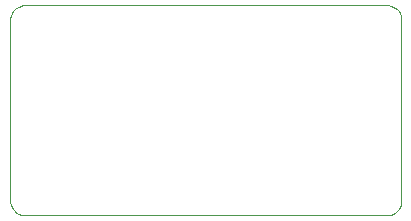
<source format=gbr>
%TF.GenerationSoftware,KiCad,Pcbnew,(6.0.9)*%
%TF.CreationDate,2022-11-13T21:00:24-06:00*%
%TF.ProjectId,melodyous-micro,6d656c6f-6479-46f7-9573-2d6d6963726f,rev?*%
%TF.SameCoordinates,Original*%
%TF.FileFunction,Profile,NP*%
%FSLAX46Y46*%
G04 Gerber Fmt 4.6, Leading zero omitted, Abs format (unit mm)*
G04 Created by KiCad (PCBNEW (6.0.9)) date 2022-11-13 21:00:24*
%MOMM*%
%LPD*%
G01*
G04 APERTURE LIST*
%TA.AperFunction,Profile*%
%ADD10C,0.100000*%
%TD*%
G04 APERTURE END LIST*
D10*
X136138035Y-64776865D02*
X136344117Y-64813203D01*
X104654218Y-82330595D02*
X104493915Y-82196085D01*
X137121425Y-81854557D02*
X137016795Y-82035782D01*
X136344117Y-64813203D02*
X136540757Y-64884775D01*
X104359405Y-82035782D02*
X104254775Y-81854557D01*
X105238165Y-82543135D02*
X105032083Y-82506797D01*
X136067800Y-82545320D02*
X105342795Y-82545320D01*
X104254775Y-81854557D02*
X104183203Y-81657917D01*
X104254775Y-65465443D02*
X104359405Y-65284218D01*
X104144680Y-65972795D02*
X104146865Y-65868165D01*
X104493915Y-82196085D02*
X104359405Y-82035782D01*
X104493915Y-65123915D02*
X104654218Y-64989405D01*
X104835443Y-82435225D02*
X104654218Y-82330595D01*
X136540757Y-82435225D02*
X136344117Y-82506797D01*
X104835443Y-64884775D02*
X105032083Y-64813203D01*
X137016795Y-82035782D02*
X136882285Y-82196085D01*
X137192997Y-65662083D02*
X137229335Y-65868165D01*
X136066601Y-82544627D02*
X136067800Y-82545320D01*
X137231520Y-81347205D02*
X137229335Y-81451835D01*
X137229335Y-81451835D02*
X137192997Y-81657917D01*
X137016795Y-65284218D02*
X137121425Y-65465443D01*
X104183203Y-65662083D02*
X104254775Y-65465443D01*
X105342795Y-82545320D02*
X105238165Y-82543135D01*
X136882285Y-82196085D02*
X136721982Y-82330595D01*
X137121425Y-65465443D02*
X137192997Y-65662083D01*
X104146865Y-65868165D02*
X104183203Y-65662083D01*
X104654218Y-64989405D02*
X104835443Y-64884775D01*
X105238165Y-64776865D02*
X105309599Y-64775373D01*
X137229335Y-65868165D02*
X137231520Y-65972795D01*
X105308400Y-64774680D02*
X136033405Y-64774680D01*
X136721982Y-82330595D02*
X136540757Y-82435225D01*
X105309599Y-64775373D02*
X105308400Y-64774680D01*
X137192997Y-81657917D02*
X137121425Y-81854557D01*
X136344117Y-82506797D02*
X136138035Y-82543135D01*
X105032083Y-82506797D02*
X104835443Y-82435225D01*
X137231520Y-65972795D02*
X137231520Y-81347205D01*
X104144680Y-81347205D02*
X104144680Y-65972795D01*
X136540757Y-64884775D02*
X136721982Y-64989405D01*
X104183203Y-81657917D02*
X104146865Y-81451835D01*
X104359405Y-65284218D02*
X104493915Y-65123915D01*
X136138035Y-82543135D02*
X136066601Y-82544627D01*
X105032083Y-64813203D02*
X105238165Y-64776865D01*
X136033405Y-64774680D02*
X136138035Y-64776865D01*
X136721982Y-64989405D02*
X136882285Y-65123915D01*
X104146865Y-81451835D02*
X104144680Y-81347205D01*
X136882285Y-65123915D02*
X137016795Y-65284218D01*
M02*

</source>
